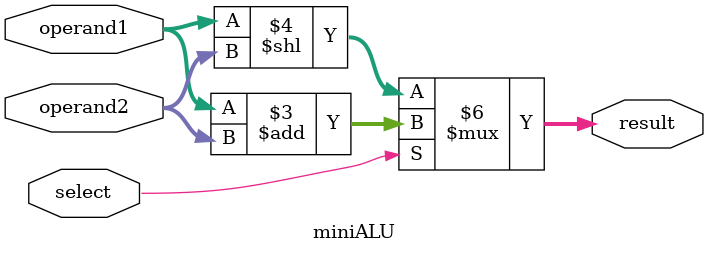
<source format=sv>
module miniALU(
	input [3:0] operand1,
	input [3:0] operand2,
	input select,
	output logic [19:0] result
);
	// The following block will contain the logic of your combinational circuit
	always_comb begin
		/* TODO: Depending on the value of your select bit, output the result of a different operation.
		 * Refer to the lab spec for details. 
		 */
		if (select == 1'b1)
			result = operand1 + operand2;
		else
			result = operand1 << operand2;
		
	end
endmodule
</source>
